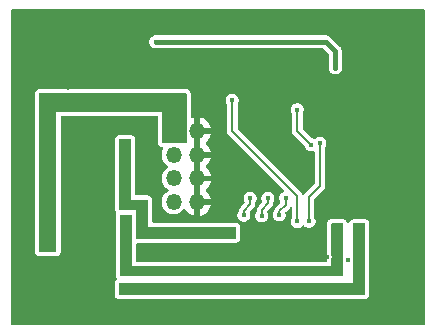
<source format=gbl>
G04 #@! TF.GenerationSoftware,KiCad,Pcbnew,9.0.0*
G04 #@! TF.CreationDate,2025-09-01T10:59:56+03:00*
G04 #@! TF.ProjectId,OV24-RV_V1.0,4f563234-2d52-4565-9f56-312e302e6b69,rev?*
G04 #@! TF.SameCoordinates,Original*
G04 #@! TF.FileFunction,Copper,L2,Bot*
G04 #@! TF.FilePolarity,Positive*
%FSLAX46Y46*%
G04 Gerber Fmt 4.6, Leading zero omitted, Abs format (unit mm)*
G04 Created by KiCad (PCBNEW 9.0.0) date 2025-09-01 10:59:56*
%MOMM*%
%LPD*%
G01*
G04 APERTURE LIST*
G04 #@! TA.AperFunction,ComponentPad*
%ADD10R,1.350000X1.350000*%
G04 #@! TD*
G04 #@! TA.AperFunction,ComponentPad*
%ADD11O,1.350000X1.350000*%
G04 #@! TD*
G04 #@! TA.AperFunction,ViaPad*
%ADD12C,0.400000*%
G04 #@! TD*
G04 #@! TA.AperFunction,ViaPad*
%ADD13C,0.508000*%
G04 #@! TD*
G04 #@! TA.AperFunction,ViaPad*
%ADD14C,0.500000*%
G04 #@! TD*
G04 #@! TA.AperFunction,Conductor*
%ADD15C,0.381000*%
G04 #@! TD*
G04 #@! TA.AperFunction,Conductor*
%ADD16C,0.200000*%
G04 #@! TD*
G04 #@! TA.AperFunction,Conductor*
%ADD17C,0.152400*%
G04 #@! TD*
G04 APERTURE END LIST*
D10*
X67583750Y-70301250D03*
D11*
X69583750Y-70301250D03*
X67583750Y-72301250D03*
X69583750Y-72301250D03*
X67583750Y-74301250D03*
X69583750Y-74301250D03*
X67583750Y-76301250D03*
X69583750Y-76301250D03*
D12*
X79043750Y-77931250D03*
X79973750Y-71311250D03*
X81283750Y-64941250D03*
X82303750Y-81231250D03*
X80553750Y-80961250D03*
X78553750Y-81031250D03*
X77543750Y-81031250D03*
X76053750Y-81031250D03*
X74543750Y-81031250D03*
X73043750Y-81031250D03*
X72033750Y-81041250D03*
X80303750Y-64921250D03*
X79053750Y-64941250D03*
X77553750Y-64941250D03*
X76043750Y-64931250D03*
X74563750Y-64931250D03*
X73053750Y-64931250D03*
X72053750Y-64941250D03*
X72533750Y-78911250D03*
X83253750Y-78481250D03*
X81283750Y-78551250D03*
X79223750Y-71451250D03*
X78053750Y-68471250D03*
X74067250Y-75991250D03*
X73530250Y-77401250D03*
X72543750Y-67671250D03*
X78043750Y-77941250D03*
X76530250Y-77391250D03*
X77067250Y-75951250D03*
X75567250Y-75971250D03*
X75030250Y-77441250D03*
D13*
X63513750Y-77711250D03*
X63513750Y-71526250D03*
X63483750Y-83653750D03*
D12*
X66053750Y-62731250D03*
D14*
X58833750Y-78411250D03*
X59923750Y-75551250D03*
X59937500Y-69586250D03*
X58633750Y-66541250D03*
X58462500Y-72446250D03*
X59913750Y-81681250D03*
D12*
X56673750Y-80151250D03*
X57392500Y-74046250D03*
X56823750Y-68081250D03*
X56792500Y-74076250D03*
X57273750Y-80121250D03*
X57423750Y-68051250D03*
D15*
X81283750Y-63541250D02*
X81283750Y-64941250D01*
X66053750Y-62731250D02*
X80473750Y-62731250D01*
X80473750Y-62731250D02*
X81283750Y-63541250D01*
D16*
X79973750Y-74901250D02*
X79973750Y-71311250D01*
X79043750Y-75831250D02*
X79973750Y-74901250D01*
X79043750Y-77931250D02*
X79043750Y-75831250D01*
X78053750Y-70281250D02*
X78053750Y-68471250D01*
X79223750Y-71451250D02*
X78053750Y-70281250D01*
X72543750Y-70251250D02*
X72543750Y-67671250D01*
X78043750Y-75751250D02*
X72543750Y-70251250D01*
X78043750Y-77941250D02*
X78043750Y-75751250D01*
D17*
X77067250Y-76507750D02*
X76530250Y-77044750D01*
X76530250Y-77044750D02*
X76530250Y-77391250D01*
X77067250Y-75951250D02*
X77067250Y-76507750D01*
X75030250Y-76944750D02*
X75030250Y-77441250D01*
X75567250Y-76407750D02*
X75030250Y-76944750D01*
X75567250Y-75971250D02*
X75567250Y-76407750D01*
X73530250Y-77024750D02*
X73530250Y-77401250D01*
X74067250Y-75991250D02*
X74067250Y-76487750D01*
X74067250Y-76487750D02*
X73530250Y-77024750D01*
G04 #@! TA.AperFunction,Conductor*
G36*
X69833750Y-75985564D02*
G01*
X69829356Y-75981170D01*
X69738144Y-75928509D01*
X69636411Y-75901250D01*
X69531089Y-75901250D01*
X69429356Y-75928509D01*
X69338144Y-75981170D01*
X69333750Y-75985564D01*
X69333750Y-74616936D01*
X69338144Y-74621330D01*
X69429356Y-74673991D01*
X69531089Y-74701250D01*
X69636411Y-74701250D01*
X69738144Y-74673991D01*
X69829356Y-74621330D01*
X69833750Y-74616936D01*
X69833750Y-75985564D01*
G37*
G04 #@! TD.AperFunction*
G04 #@! TA.AperFunction,Conductor*
G36*
X69833750Y-73985564D02*
G01*
X69829356Y-73981170D01*
X69738144Y-73928509D01*
X69636411Y-73901250D01*
X69531089Y-73901250D01*
X69429356Y-73928509D01*
X69338144Y-73981170D01*
X69333750Y-73985564D01*
X69333750Y-72616936D01*
X69338144Y-72621330D01*
X69429356Y-72673991D01*
X69531089Y-72701250D01*
X69636411Y-72701250D01*
X69738144Y-72673991D01*
X69829356Y-72621330D01*
X69833750Y-72616936D01*
X69833750Y-73985564D01*
G37*
G04 #@! TD.AperFunction*
G04 #@! TA.AperFunction,Conductor*
G36*
X69833750Y-71985564D02*
G01*
X69829356Y-71981170D01*
X69738144Y-71928509D01*
X69636411Y-71901250D01*
X69531089Y-71901250D01*
X69429356Y-71928509D01*
X69338144Y-71981170D01*
X69333750Y-71985564D01*
X69333750Y-70616936D01*
X69338144Y-70621330D01*
X69429356Y-70673991D01*
X69531089Y-70701250D01*
X69636411Y-70701250D01*
X69738144Y-70673991D01*
X69829356Y-70621330D01*
X69833750Y-70616936D01*
X69833750Y-71985564D01*
G37*
G04 #@! TD.AperFunction*
G04 #@! TA.AperFunction,Conductor*
G36*
X88812441Y-59970657D02*
G01*
X88848405Y-60020157D01*
X88853250Y-60050750D01*
X88853250Y-86621750D01*
X88834343Y-86679941D01*
X88784843Y-86715905D01*
X88754250Y-86720750D01*
X53935750Y-86720750D01*
X53877559Y-86701843D01*
X53841595Y-86652343D01*
X53836750Y-86621750D01*
X53836750Y-83180250D01*
X62598250Y-83180250D01*
X62598250Y-84102265D01*
X62598932Y-84124273D01*
X62598933Y-84124288D01*
X62625312Y-84238298D01*
X62625313Y-84238300D01*
X62639660Y-84272937D01*
X62639664Y-84272945D01*
X62659011Y-84312520D01*
X62732783Y-84403366D01*
X62832055Y-84465336D01*
X62866703Y-84479688D01*
X62887319Y-84487488D01*
X63002750Y-84506750D01*
X83754766Y-84506750D01*
X83768850Y-84506312D01*
X83776782Y-84506067D01*
X83776785Y-84506066D01*
X83776788Y-84506066D01*
X83815045Y-84497214D01*
X83890797Y-84479688D01*
X83925445Y-84465336D01*
X83965020Y-84445989D01*
X84055866Y-84372217D01*
X84117836Y-84272945D01*
X84132188Y-84238297D01*
X84139988Y-84217681D01*
X84159250Y-84102250D01*
X84159250Y-78160250D01*
X84158567Y-78138218D01*
X84158566Y-78138214D01*
X84158566Y-78138211D01*
X84139316Y-78055012D01*
X84132188Y-78024203D01*
X84117836Y-77989555D01*
X84098489Y-77949980D01*
X84024717Y-77859134D01*
X83925445Y-77797164D01*
X83890797Y-77782812D01*
X83881409Y-77779260D01*
X83870182Y-77775012D01*
X83754750Y-77755750D01*
X82782750Y-77755750D01*
X82782734Y-77755750D01*
X82760726Y-77756432D01*
X82760711Y-77756433D01*
X82646701Y-77782812D01*
X82646699Y-77782813D01*
X82612062Y-77797160D01*
X82572479Y-77816511D01*
X82481635Y-77890281D01*
X82481634Y-77890282D01*
X82417495Y-77993029D01*
X82416306Y-77992287D01*
X82376826Y-78031414D01*
X82316352Y-78040713D01*
X82261961Y-78012690D01*
X82240815Y-77980888D01*
X82227841Y-77949567D01*
X82227840Y-77949566D01*
X82227836Y-77949555D01*
X82208489Y-77909980D01*
X82134717Y-77819134D01*
X82099524Y-77797165D01*
X82035447Y-77757165D01*
X82035445Y-77757164D01*
X82000799Y-77742813D01*
X82000797Y-77742812D01*
X81991409Y-77739260D01*
X81980182Y-77735012D01*
X81864750Y-77715750D01*
X80992750Y-77715750D01*
X80992734Y-77715750D01*
X80970726Y-77716432D01*
X80970711Y-77716433D01*
X80856701Y-77742812D01*
X80856699Y-77742813D01*
X80822062Y-77757160D01*
X80782479Y-77776511D01*
X80691635Y-77850281D01*
X80691634Y-77850282D01*
X80629665Y-77949552D01*
X80629664Y-77949554D01*
X80615309Y-77984210D01*
X80607512Y-78004817D01*
X80588250Y-78120250D01*
X80588250Y-80862887D01*
X80591291Y-80909288D01*
X80592961Y-80921974D01*
X80592963Y-80921986D01*
X80596847Y-80941505D01*
X80598750Y-80960822D01*
X80598750Y-80961675D01*
X80596847Y-80980991D01*
X80592966Y-81000498D01*
X80592962Y-81000524D01*
X80591291Y-81013212D01*
X80588250Y-81059611D01*
X80588250Y-81296750D01*
X80569343Y-81354941D01*
X80519843Y-81390905D01*
X80489250Y-81395750D01*
X64518250Y-81395750D01*
X64460059Y-81376843D01*
X64424095Y-81327343D01*
X64419250Y-81296750D01*
X64419250Y-79855750D01*
X64438157Y-79797559D01*
X64487657Y-79761595D01*
X64518250Y-79756750D01*
X72814766Y-79756750D01*
X72828850Y-79756312D01*
X72836782Y-79756067D01*
X72836785Y-79756066D01*
X72836788Y-79756066D01*
X72875045Y-79747214D01*
X72950797Y-79729688D01*
X72985445Y-79715336D01*
X73025020Y-79695989D01*
X73115866Y-79622217D01*
X73177836Y-79522945D01*
X73192188Y-79488297D01*
X73199988Y-79467681D01*
X73219250Y-79352250D01*
X73219250Y-78440250D01*
X73218567Y-78418218D01*
X73218566Y-78418214D01*
X73218566Y-78418211D01*
X73204438Y-78357151D01*
X73192188Y-78304203D01*
X73177836Y-78269555D01*
X73158489Y-78229980D01*
X73084717Y-78139134D01*
X72985445Y-78077164D01*
X72950797Y-78062812D01*
X72949427Y-78062293D01*
X72930182Y-78055012D01*
X72814750Y-78035750D01*
X65878250Y-78035750D01*
X65820059Y-78016843D01*
X65784095Y-77967343D01*
X65779250Y-77936750D01*
X65779250Y-76140234D01*
X65778567Y-76118226D01*
X65778567Y-76118218D01*
X65778566Y-76118214D01*
X65778566Y-76118211D01*
X65757255Y-76026104D01*
X65752188Y-76004203D01*
X65737836Y-75969555D01*
X65718489Y-75929980D01*
X65644717Y-75839134D01*
X65545445Y-75777164D01*
X65510797Y-75762812D01*
X65509427Y-75762293D01*
X65490182Y-75755012D01*
X65374750Y-75735750D01*
X64448250Y-75735750D01*
X64390059Y-75716843D01*
X64354095Y-75667343D01*
X64349250Y-75636750D01*
X64349250Y-71030234D01*
X64348567Y-71008226D01*
X64348567Y-71008218D01*
X64348566Y-71008214D01*
X64348566Y-71008211D01*
X64327481Y-70917081D01*
X64322188Y-70894203D01*
X64307836Y-70859555D01*
X64288489Y-70819980D01*
X64214717Y-70729134D01*
X64146438Y-70686511D01*
X64115447Y-70667165D01*
X64115445Y-70667164D01*
X64080799Y-70652813D01*
X64080797Y-70652812D01*
X64079427Y-70652293D01*
X64060182Y-70645012D01*
X63944750Y-70625750D01*
X63032750Y-70625750D01*
X63032734Y-70625750D01*
X63010726Y-70626432D01*
X63010711Y-70626433D01*
X62896701Y-70652812D01*
X62896699Y-70652813D01*
X62862062Y-70667160D01*
X62822479Y-70686511D01*
X62731635Y-70760281D01*
X62731634Y-70760282D01*
X62669665Y-70859552D01*
X62669664Y-70859554D01*
X62655309Y-70894210D01*
X62647512Y-70914817D01*
X62628250Y-71030250D01*
X62628250Y-76912265D01*
X62628932Y-76934273D01*
X62628933Y-76934288D01*
X62655312Y-77048298D01*
X62655313Y-77048300D01*
X62669660Y-77082937D01*
X62689011Y-77122520D01*
X62708023Y-77145932D01*
X62730028Y-77203023D01*
X62715152Y-77260762D01*
X62709666Y-77269550D01*
X62709665Y-77269552D01*
X62695309Y-77304210D01*
X62687512Y-77324817D01*
X62668250Y-77440250D01*
X62668250Y-82502265D01*
X62668932Y-82524273D01*
X62668933Y-82524288D01*
X62695312Y-82638298D01*
X62695313Y-82638300D01*
X62709660Y-82672937D01*
X62729011Y-82712520D01*
X62752500Y-82741445D01*
X62774505Y-82798536D01*
X62758750Y-82857658D01*
X62738057Y-82880704D01*
X62701636Y-82910280D01*
X62701634Y-82910282D01*
X62639665Y-83009552D01*
X62639664Y-83009554D01*
X62625309Y-83044210D01*
X62617512Y-83064817D01*
X62598250Y-83180250D01*
X53836750Y-83180250D01*
X53836750Y-67130250D01*
X55838250Y-67130250D01*
X55838250Y-80492265D01*
X55838932Y-80514273D01*
X55838933Y-80514288D01*
X55865312Y-80628298D01*
X55865313Y-80628300D01*
X55879660Y-80662937D01*
X55879664Y-80662945D01*
X55899011Y-80702520D01*
X55972783Y-80793366D01*
X56072055Y-80855336D01*
X56106703Y-80869688D01*
X56127319Y-80877488D01*
X56242750Y-80896750D01*
X57604766Y-80896750D01*
X57618850Y-80896312D01*
X57626782Y-80896067D01*
X57626785Y-80896066D01*
X57626788Y-80896066D01*
X57665045Y-80887214D01*
X57740797Y-80869688D01*
X57775445Y-80855336D01*
X57815020Y-80835989D01*
X57905866Y-80762217D01*
X57967836Y-80662945D01*
X57982188Y-80628297D01*
X57989988Y-80607681D01*
X58009250Y-80492250D01*
X58009250Y-69105750D01*
X58028157Y-69047559D01*
X58077657Y-69011595D01*
X58108250Y-69006750D01*
X66159250Y-69006750D01*
X66217441Y-69025657D01*
X66253405Y-69075157D01*
X66258250Y-69105750D01*
X66258250Y-71252265D01*
X66258932Y-71274273D01*
X66258933Y-71274288D01*
X66285312Y-71388298D01*
X66285313Y-71388300D01*
X66299660Y-71422937D01*
X66319011Y-71462520D01*
X66384384Y-71543024D01*
X66392783Y-71553366D01*
X66492055Y-71615336D01*
X66526703Y-71629688D01*
X66547319Y-71637488D01*
X66618004Y-71649283D01*
X66672287Y-71677509D01*
X66699614Y-71732253D01*
X66689543Y-71792604D01*
X66684025Y-71801931D01*
X66674968Y-71815485D01*
X66674963Y-71815495D01*
X66597660Y-72002119D01*
X66597658Y-72002125D01*
X66558250Y-72200244D01*
X66558250Y-72402255D01*
X66597658Y-72600374D01*
X66597660Y-72600380D01*
X66674963Y-72787005D01*
X66761876Y-72917080D01*
X66787192Y-72954968D01*
X66930032Y-73097808D01*
X67097994Y-73210036D01*
X67097996Y-73210037D01*
X67097998Y-73210038D01*
X67102283Y-73212329D01*
X67101682Y-73213451D01*
X67143917Y-73249525D01*
X67158199Y-73309020D01*
X67134782Y-73365547D01*
X67101893Y-73389442D01*
X67102283Y-73390171D01*
X67097998Y-73392461D01*
X66930035Y-73504689D01*
X66787189Y-73647535D01*
X66674963Y-73815494D01*
X66597660Y-74002119D01*
X66597658Y-74002125D01*
X66558250Y-74200244D01*
X66558250Y-74402255D01*
X66597658Y-74600374D01*
X66597660Y-74600380D01*
X66674963Y-74787005D01*
X66761876Y-74917080D01*
X66787192Y-74954968D01*
X66930032Y-75097808D01*
X67097994Y-75210036D01*
X67097996Y-75210037D01*
X67097998Y-75210038D01*
X67102283Y-75212329D01*
X67101682Y-75213451D01*
X67143917Y-75249525D01*
X67158199Y-75309020D01*
X67134782Y-75365547D01*
X67101893Y-75389442D01*
X67102283Y-75390171D01*
X67097998Y-75392461D01*
X66930035Y-75504689D01*
X66787189Y-75647535D01*
X66674963Y-75815494D01*
X66597660Y-76002119D01*
X66597658Y-76002125D01*
X66558250Y-76200244D01*
X66558250Y-76402255D01*
X66597658Y-76600374D01*
X66597660Y-76600380D01*
X66674963Y-76787005D01*
X66761876Y-76917080D01*
X66787192Y-76954968D01*
X66930032Y-77097808D01*
X67097994Y-77210036D01*
X67284623Y-77287341D01*
X67482747Y-77326750D01*
X67482748Y-77326750D01*
X67684752Y-77326750D01*
X67684753Y-77326750D01*
X67882877Y-77287341D01*
X68069506Y-77210036D01*
X68237468Y-77097808D01*
X68380308Y-76954968D01*
X68410033Y-76910480D01*
X68458082Y-76872601D01*
X68519220Y-76870198D01*
X68570094Y-76904190D01*
X68576338Y-76914026D01*
X68576766Y-76913765D01*
X68578797Y-76917080D01*
X68687512Y-77066712D01*
X68818287Y-77197487D01*
X68967918Y-77306201D01*
X69132708Y-77390165D01*
X69308599Y-77447315D01*
X69333750Y-77451298D01*
X69333750Y-76616936D01*
X69338144Y-76621330D01*
X69429356Y-76673991D01*
X69531089Y-76701250D01*
X69636411Y-76701250D01*
X69738144Y-76673991D01*
X69829356Y-76621330D01*
X69833750Y-76616936D01*
X69833750Y-77451298D01*
X69858900Y-77447315D01*
X70034791Y-77390165D01*
X70155277Y-77328775D01*
X72979750Y-77328775D01*
X72979750Y-77473724D01*
X73017267Y-77613739D01*
X73089737Y-77739260D01*
X73089739Y-77739262D01*
X73089741Y-77739265D01*
X73192235Y-77841759D01*
X73192237Y-77841760D01*
X73192239Y-77841762D01*
X73317761Y-77914232D01*
X73317762Y-77914232D01*
X73317765Y-77914234D01*
X73457775Y-77951750D01*
X73457776Y-77951750D01*
X73602724Y-77951750D01*
X73602725Y-77951750D01*
X73742735Y-77914234D01*
X73742737Y-77914232D01*
X73742739Y-77914232D01*
X73868260Y-77841762D01*
X73868260Y-77841761D01*
X73868265Y-77841759D01*
X73970759Y-77739265D01*
X73970762Y-77739260D01*
X74043232Y-77613739D01*
X74043232Y-77613737D01*
X74043234Y-77613735D01*
X74080750Y-77473725D01*
X74080750Y-77368775D01*
X74479750Y-77368775D01*
X74479750Y-77513725D01*
X74505692Y-77610539D01*
X74517267Y-77653739D01*
X74589737Y-77779260D01*
X74589739Y-77779262D01*
X74589741Y-77779265D01*
X74692235Y-77881759D01*
X74692237Y-77881760D01*
X74692239Y-77881762D01*
X74817761Y-77954232D01*
X74817762Y-77954232D01*
X74817765Y-77954234D01*
X74957775Y-77991750D01*
X74957776Y-77991750D01*
X75102724Y-77991750D01*
X75102725Y-77991750D01*
X75242735Y-77954234D01*
X75242737Y-77954232D01*
X75242739Y-77954232D01*
X75368260Y-77881762D01*
X75368260Y-77881761D01*
X75368265Y-77881759D01*
X75470759Y-77779265D01*
X75472349Y-77776511D01*
X75543232Y-77653739D01*
X75543232Y-77653737D01*
X75543234Y-77653735D01*
X75580750Y-77513725D01*
X75580750Y-77368775D01*
X75543234Y-77228765D01*
X75510369Y-77171842D01*
X75497649Y-77111995D01*
X75522536Y-77056099D01*
X75526083Y-77052360D01*
X75908695Y-76669750D01*
X75964871Y-76572450D01*
X75993950Y-76463926D01*
X75993950Y-76359710D01*
X76007214Y-76310210D01*
X76080232Y-76183739D01*
X76080233Y-76183736D01*
X76080234Y-76183735D01*
X76117750Y-76043725D01*
X76117750Y-75898775D01*
X76080234Y-75758765D01*
X76080232Y-75758762D01*
X76080232Y-75758760D01*
X76007762Y-75633239D01*
X76007760Y-75633237D01*
X76007759Y-75633235D01*
X75905265Y-75530741D01*
X75905262Y-75530739D01*
X75905260Y-75530737D01*
X75779738Y-75458267D01*
X75779739Y-75458267D01*
X75714365Y-75440750D01*
X75639725Y-75420750D01*
X75494775Y-75420750D01*
X75479866Y-75424745D01*
X75354760Y-75458267D01*
X75229239Y-75530737D01*
X75126737Y-75633239D01*
X75054267Y-75758760D01*
X75048908Y-75778760D01*
X75016750Y-75898775D01*
X75016750Y-76043725D01*
X75019944Y-76055644D01*
X75054266Y-76183736D01*
X75065167Y-76202616D01*
X75077888Y-76262465D01*
X75053001Y-76318360D01*
X75049434Y-76322119D01*
X74768250Y-76603304D01*
X74688807Y-76682747D01*
X74688805Y-76682749D01*
X74688805Y-76682750D01*
X74632629Y-76780050D01*
X74622042Y-76819563D01*
X74603550Y-76888575D01*
X74603550Y-77052789D01*
X74590287Y-77102289D01*
X74517266Y-77228763D01*
X74491528Y-77324819D01*
X74479750Y-77368775D01*
X74080750Y-77368775D01*
X74080750Y-77328775D01*
X74043234Y-77188765D01*
X74043233Y-77188763D01*
X74042483Y-77185964D01*
X74045685Y-77124863D01*
X74068107Y-77090337D01*
X74203482Y-76954962D01*
X74408695Y-76749750D01*
X74464871Y-76652450D01*
X74493950Y-76543926D01*
X74493950Y-76431574D01*
X74493950Y-76379710D01*
X74507214Y-76330210D01*
X74580232Y-76203739D01*
X74580233Y-76203736D01*
X74580234Y-76203735D01*
X74617750Y-76063725D01*
X74617750Y-75918775D01*
X74580234Y-75778765D01*
X74580232Y-75778762D01*
X74580232Y-75778760D01*
X74507762Y-75653239D01*
X74507760Y-75653237D01*
X74507759Y-75653235D01*
X74405265Y-75550741D01*
X74405262Y-75550739D01*
X74405260Y-75550737D01*
X74279738Y-75478267D01*
X74279739Y-75478267D01*
X74250146Y-75470337D01*
X74139725Y-75440750D01*
X73994775Y-75440750D01*
X73933040Y-75457291D01*
X73854760Y-75478267D01*
X73729239Y-75550737D01*
X73626737Y-75653239D01*
X73554267Y-75778760D01*
X73516750Y-75918775D01*
X73516750Y-76063724D01*
X73554266Y-76203736D01*
X73554268Y-76203739D01*
X73587128Y-76260657D01*
X73599848Y-76320505D01*
X73574961Y-76376400D01*
X73571395Y-76380158D01*
X73268250Y-76683304D01*
X73188807Y-76762747D01*
X73188805Y-76762749D01*
X73188805Y-76762750D01*
X73132629Y-76860050D01*
X73107198Y-76954962D01*
X73103550Y-76968575D01*
X73103550Y-77012789D01*
X73090287Y-77062289D01*
X73017266Y-77188763D01*
X72979750Y-77328775D01*
X70155277Y-77328775D01*
X70199581Y-77306201D01*
X70287681Y-77242193D01*
X70349212Y-77197487D01*
X70479987Y-77066712D01*
X70588701Y-76917081D01*
X70672665Y-76752291D01*
X70729817Y-76576395D01*
X70729818Y-76576389D01*
X70733800Y-76551250D01*
X69899436Y-76551250D01*
X69903830Y-76546856D01*
X69956491Y-76455644D01*
X69983750Y-76353911D01*
X69983750Y-76248589D01*
X69956491Y-76146856D01*
X69903830Y-76055644D01*
X69899436Y-76051250D01*
X70733800Y-76051250D01*
X70733800Y-76051249D01*
X70729818Y-76026110D01*
X70729817Y-76026104D01*
X70672665Y-75850208D01*
X70588701Y-75685418D01*
X70479987Y-75535787D01*
X70349209Y-75405009D01*
X70316635Y-75381343D01*
X70280671Y-75331843D01*
X70280670Y-75270658D01*
X70316634Y-75221158D01*
X70316635Y-75221157D01*
X70349209Y-75197490D01*
X70479987Y-75066712D01*
X70588701Y-74917081D01*
X70672665Y-74752291D01*
X70729817Y-74576395D01*
X70729818Y-74576389D01*
X70733800Y-74551250D01*
X69899436Y-74551250D01*
X69903830Y-74546856D01*
X69956491Y-74455644D01*
X69983750Y-74353911D01*
X69983750Y-74248589D01*
X69956491Y-74146856D01*
X69903830Y-74055644D01*
X69899436Y-74051250D01*
X70733800Y-74051250D01*
X70733800Y-74051249D01*
X70729818Y-74026110D01*
X70729817Y-74026104D01*
X70672665Y-73850208D01*
X70588701Y-73685418D01*
X70479987Y-73535787D01*
X70349209Y-73405009D01*
X70316635Y-73381343D01*
X70280671Y-73331843D01*
X70280670Y-73270658D01*
X70316634Y-73221158D01*
X70316635Y-73221157D01*
X70349209Y-73197490D01*
X70479987Y-73066712D01*
X70588701Y-72917081D01*
X70672665Y-72752291D01*
X70729817Y-72576395D01*
X70729818Y-72576389D01*
X70733800Y-72551250D01*
X69899436Y-72551250D01*
X69903830Y-72546856D01*
X69956491Y-72455644D01*
X69983750Y-72353911D01*
X69983750Y-72248589D01*
X69956491Y-72146856D01*
X69903830Y-72055644D01*
X69899436Y-72051250D01*
X70733800Y-72051250D01*
X70733800Y-72051249D01*
X70729818Y-72026110D01*
X70729817Y-72026104D01*
X70672665Y-71850208D01*
X70588701Y-71685418D01*
X70479987Y-71535787D01*
X70349209Y-71405009D01*
X70316635Y-71381343D01*
X70280671Y-71331843D01*
X70280670Y-71270658D01*
X70316634Y-71221158D01*
X70316635Y-71221157D01*
X70349209Y-71197490D01*
X70479987Y-71066712D01*
X70588701Y-70917081D01*
X70672665Y-70752291D01*
X70729817Y-70576395D01*
X70729818Y-70576389D01*
X70733800Y-70551250D01*
X69899436Y-70551250D01*
X69903830Y-70546856D01*
X69956491Y-70455644D01*
X69983750Y-70353911D01*
X69983750Y-70248589D01*
X69956491Y-70146856D01*
X69903830Y-70055644D01*
X69899436Y-70051250D01*
X70733800Y-70051250D01*
X70733800Y-70051249D01*
X70729818Y-70026110D01*
X70729817Y-70026104D01*
X70672665Y-69850208D01*
X70588701Y-69685418D01*
X70479987Y-69535787D01*
X70349212Y-69405012D01*
X70199581Y-69296298D01*
X70034791Y-69212334D01*
X69858895Y-69155182D01*
X69858889Y-69155181D01*
X69833750Y-69151199D01*
X69833750Y-69985564D01*
X69829356Y-69981170D01*
X69738144Y-69928509D01*
X69636411Y-69901250D01*
X69531089Y-69901250D01*
X69429356Y-69928509D01*
X69338144Y-69981170D01*
X69333750Y-69985564D01*
X69333750Y-69151200D01*
X69333749Y-69151199D01*
X69308610Y-69155181D01*
X69308604Y-69155182D01*
X69158842Y-69203843D01*
X69097657Y-69203843D01*
X69048157Y-69167879D01*
X69029250Y-69109688D01*
X69029250Y-67598775D01*
X71993250Y-67598775D01*
X71993250Y-67743725D01*
X72030766Y-67883735D01*
X72079986Y-67968987D01*
X72093250Y-68018486D01*
X72093250Y-70310559D01*
X72101288Y-70340554D01*
X72101289Y-70340558D01*
X72123952Y-70425139D01*
X72123952Y-70425140D01*
X72183257Y-70527859D01*
X72183258Y-70527860D01*
X72183259Y-70527861D01*
X72183261Y-70527864D01*
X75802252Y-74146856D01*
X76921927Y-75266531D01*
X76949704Y-75321048D01*
X76940133Y-75381480D01*
X76896868Y-75424745D01*
X76877547Y-75432161D01*
X76854765Y-75438265D01*
X76854761Y-75438267D01*
X76729239Y-75510737D01*
X76626737Y-75613239D01*
X76554267Y-75738760D01*
X76543549Y-75778760D01*
X76516750Y-75878775D01*
X76516750Y-76023725D01*
X76525303Y-76055644D01*
X76554266Y-76163736D01*
X76609090Y-76258693D01*
X76621811Y-76318541D01*
X76596924Y-76374437D01*
X76593357Y-76378196D01*
X76268250Y-76703304D01*
X76188807Y-76782747D01*
X76188805Y-76782749D01*
X76188805Y-76782750D01*
X76132629Y-76880050D01*
X76112557Y-76954962D01*
X76103550Y-76988575D01*
X76103550Y-77002789D01*
X76090287Y-77052289D01*
X76017266Y-77178763D01*
X75979750Y-77318775D01*
X75979750Y-77463724D01*
X76017267Y-77603739D01*
X76089737Y-77729260D01*
X76089739Y-77729262D01*
X76089741Y-77729265D01*
X76192235Y-77831759D01*
X76192237Y-77831760D01*
X76192239Y-77831762D01*
X76317761Y-77904232D01*
X76317762Y-77904232D01*
X76317765Y-77904234D01*
X76457775Y-77941750D01*
X76457776Y-77941750D01*
X76602724Y-77941750D01*
X76602725Y-77941750D01*
X76742735Y-77904234D01*
X76742737Y-77904232D01*
X76742739Y-77904232D01*
X76868260Y-77831762D01*
X76868260Y-77831761D01*
X76868265Y-77831759D01*
X76970759Y-77729265D01*
X77014364Y-77653739D01*
X77043232Y-77603739D01*
X77043232Y-77603737D01*
X77043234Y-77603735D01*
X77080750Y-77463725D01*
X77080750Y-77318775D01*
X77048823Y-77199623D01*
X77052024Y-77138523D01*
X77074443Y-77104000D01*
X77408695Y-76769750D01*
X77408697Y-76769747D01*
X77412644Y-76764604D01*
X77413688Y-76765405D01*
X77453978Y-76729124D01*
X77514828Y-76722725D01*
X77567817Y-76753315D01*
X77592707Y-76809209D01*
X77593250Y-76819563D01*
X77593250Y-77594011D01*
X77579987Y-77643510D01*
X77530766Y-77728763D01*
X77495833Y-77859134D01*
X77493250Y-77868775D01*
X77493250Y-78013725D01*
X77501582Y-78044819D01*
X77530767Y-78153739D01*
X77603237Y-78279260D01*
X77603239Y-78279262D01*
X77603241Y-78279265D01*
X77705735Y-78381759D01*
X77705737Y-78381760D01*
X77705739Y-78381762D01*
X77831261Y-78454232D01*
X77831262Y-78454232D01*
X77831265Y-78454234D01*
X77971275Y-78491750D01*
X77971276Y-78491750D01*
X78116224Y-78491750D01*
X78116225Y-78491750D01*
X78256235Y-78454234D01*
X78256237Y-78454232D01*
X78256239Y-78454232D01*
X78381760Y-78381762D01*
X78381760Y-78381761D01*
X78381765Y-78381759D01*
X78478748Y-78284775D01*
X78533263Y-78257000D01*
X78593695Y-78266571D01*
X78618750Y-78284774D01*
X78705735Y-78371759D01*
X78705737Y-78371760D01*
X78705739Y-78371762D01*
X78831261Y-78444232D01*
X78831262Y-78444232D01*
X78831265Y-78444234D01*
X78971275Y-78481750D01*
X78971276Y-78481750D01*
X79116224Y-78481750D01*
X79116225Y-78481750D01*
X79256235Y-78444234D01*
X79256237Y-78444232D01*
X79256239Y-78444232D01*
X79381760Y-78371762D01*
X79381760Y-78371761D01*
X79381765Y-78371759D01*
X79484259Y-78269265D01*
X79484262Y-78269260D01*
X79556732Y-78143739D01*
X79556732Y-78143737D01*
X79556734Y-78143735D01*
X79594250Y-78003725D01*
X79594250Y-77858775D01*
X79556734Y-77718765D01*
X79546637Y-77701276D01*
X79507513Y-77633510D01*
X79494250Y-77584011D01*
X79494250Y-76058861D01*
X79513157Y-76000670D01*
X79523246Y-75988857D01*
X79898868Y-75613235D01*
X80334240Y-75177864D01*
X80393549Y-75075136D01*
X80399815Y-75051750D01*
X80424250Y-74960559D01*
X80424250Y-71658486D01*
X80437513Y-71608987D01*
X80486734Y-71523735D01*
X80524250Y-71383725D01*
X80524250Y-71238775D01*
X80486734Y-71098765D01*
X80486732Y-71098762D01*
X80486732Y-71098760D01*
X80414262Y-70973239D01*
X80414260Y-70973237D01*
X80414259Y-70973235D01*
X80311765Y-70870741D01*
X80311762Y-70870739D01*
X80311760Y-70870737D01*
X80186238Y-70798267D01*
X80186239Y-70798267D01*
X80156646Y-70790337D01*
X80046225Y-70760750D01*
X79901275Y-70760750D01*
X79839540Y-70777291D01*
X79761260Y-70798267D01*
X79635739Y-70870737D01*
X79635734Y-70870741D01*
X79573618Y-70932857D01*
X79519101Y-70960634D01*
X79472260Y-70956756D01*
X79462774Y-70953588D01*
X79436235Y-70938266D01*
X79338278Y-70912018D01*
X79335415Y-70911062D01*
X79325609Y-70903815D01*
X79296766Y-70887163D01*
X78533246Y-70123643D01*
X78505469Y-70069126D01*
X78504250Y-70053639D01*
X78504250Y-68818486D01*
X78517513Y-68768987D01*
X78566734Y-68683735D01*
X78604250Y-68543725D01*
X78604250Y-68398775D01*
X78566734Y-68258765D01*
X78566732Y-68258762D01*
X78566732Y-68258760D01*
X78494262Y-68133239D01*
X78494260Y-68133237D01*
X78494259Y-68133235D01*
X78391765Y-68030741D01*
X78391762Y-68030739D01*
X78391760Y-68030737D01*
X78266238Y-67958267D01*
X78266239Y-67958267D01*
X78236646Y-67950337D01*
X78126225Y-67920750D01*
X77981275Y-67920750D01*
X77919540Y-67937291D01*
X77841260Y-67958267D01*
X77715739Y-68030737D01*
X77613237Y-68133239D01*
X77540767Y-68258760D01*
X77540766Y-68258765D01*
X77503250Y-68398775D01*
X77503250Y-68543725D01*
X77540766Y-68683735D01*
X77589986Y-68768987D01*
X77603250Y-68818486D01*
X77603250Y-70340558D01*
X77625913Y-70425138D01*
X77625913Y-70425139D01*
X77633948Y-70455131D01*
X77633952Y-70455139D01*
X77693257Y-70557859D01*
X77693258Y-70557860D01*
X77693259Y-70557861D01*
X77693261Y-70557864D01*
X78202109Y-71066712D01*
X78659663Y-71524266D01*
X78685285Y-71568645D01*
X78710766Y-71663736D01*
X78710767Y-71663738D01*
X78783237Y-71789260D01*
X78783239Y-71789262D01*
X78783241Y-71789265D01*
X78885735Y-71891759D01*
X78885737Y-71891760D01*
X78885739Y-71891762D01*
X79011261Y-71964232D01*
X79011262Y-71964232D01*
X79011265Y-71964234D01*
X79151275Y-72001750D01*
X79151276Y-72001750D01*
X79296226Y-72001750D01*
X79296226Y-72001749D01*
X79398627Y-71974311D01*
X79459727Y-71977512D01*
X79507278Y-72016017D01*
X79523250Y-72069937D01*
X79523250Y-74673638D01*
X79504343Y-74731829D01*
X79494254Y-74743641D01*
X78683261Y-75554635D01*
X78683257Y-75554640D01*
X78648538Y-75614776D01*
X78603068Y-75655717D01*
X78542218Y-75662113D01*
X78489230Y-75631520D01*
X78467175Y-75590898D01*
X78463549Y-75577364D01*
X78456151Y-75564550D01*
X78404240Y-75474636D01*
X73023246Y-70093642D01*
X72995469Y-70039125D01*
X72994250Y-70023638D01*
X72994250Y-68018486D01*
X73007513Y-67968987D01*
X73056734Y-67883735D01*
X73094250Y-67743725D01*
X73094250Y-67598775D01*
X73056734Y-67458765D01*
X73056732Y-67458762D01*
X73056732Y-67458760D01*
X72984262Y-67333239D01*
X72984260Y-67333237D01*
X72984259Y-67333235D01*
X72881765Y-67230741D01*
X72881762Y-67230739D01*
X72881760Y-67230737D01*
X72756238Y-67158267D01*
X72756239Y-67158267D01*
X72726646Y-67150337D01*
X72616225Y-67120750D01*
X72471275Y-67120750D01*
X72435881Y-67130234D01*
X72331260Y-67158267D01*
X72205739Y-67230737D01*
X72103237Y-67333239D01*
X72030767Y-67458760D01*
X72030766Y-67458765D01*
X71993250Y-67598775D01*
X69029250Y-67598775D01*
X69029250Y-67130234D01*
X69028567Y-67108226D01*
X69028567Y-67108218D01*
X69028566Y-67108214D01*
X69028566Y-67108211D01*
X69014438Y-67047151D01*
X69002188Y-66994203D01*
X68987836Y-66959555D01*
X68968489Y-66919980D01*
X68894717Y-66829134D01*
X68795445Y-66767164D01*
X68760797Y-66752812D01*
X68759427Y-66752293D01*
X68740182Y-66745012D01*
X68624750Y-66725750D01*
X56242750Y-66725750D01*
X56242734Y-66725750D01*
X56220726Y-66726432D01*
X56220711Y-66726433D01*
X56106701Y-66752812D01*
X56106699Y-66752813D01*
X56072062Y-66767160D01*
X56032479Y-66786511D01*
X55941635Y-66860281D01*
X55941634Y-66860282D01*
X55879665Y-66959552D01*
X55879664Y-66959554D01*
X55865309Y-66994210D01*
X55857512Y-67014817D01*
X55838250Y-67130250D01*
X53836750Y-67130250D01*
X53836750Y-62658775D01*
X65503250Y-62658775D01*
X65503250Y-62803724D01*
X65540767Y-62943739D01*
X65613237Y-63069260D01*
X65613239Y-63069262D01*
X65613241Y-63069265D01*
X65715735Y-63171759D01*
X65715737Y-63171760D01*
X65715739Y-63171762D01*
X65841261Y-63244232D01*
X65841262Y-63244232D01*
X65841265Y-63244234D01*
X65981275Y-63281750D01*
X65981276Y-63281750D01*
X66126224Y-63281750D01*
X66126225Y-63281750D01*
X66149091Y-63275623D01*
X66174714Y-63272250D01*
X80208652Y-63272250D01*
X80266843Y-63291157D01*
X80278656Y-63301246D01*
X80713754Y-63736344D01*
X80741531Y-63790861D01*
X80742750Y-63806348D01*
X80742750Y-64820285D01*
X80739377Y-64845906D01*
X80733250Y-64868772D01*
X80733250Y-65013724D01*
X80770767Y-65153739D01*
X80843237Y-65279260D01*
X80843239Y-65279262D01*
X80843241Y-65279265D01*
X80945735Y-65381759D01*
X80945737Y-65381760D01*
X80945739Y-65381762D01*
X81071261Y-65454232D01*
X81071262Y-65454232D01*
X81071265Y-65454234D01*
X81211275Y-65491750D01*
X81211276Y-65491750D01*
X81356224Y-65491750D01*
X81356225Y-65491750D01*
X81496235Y-65454234D01*
X81496237Y-65454232D01*
X81496239Y-65454232D01*
X81621760Y-65381762D01*
X81621760Y-65381761D01*
X81621765Y-65381759D01*
X81724259Y-65279265D01*
X81796734Y-65153735D01*
X81834250Y-65013725D01*
X81834250Y-64868775D01*
X81832812Y-64863411D01*
X81828123Y-64845906D01*
X81824750Y-64820285D01*
X81824750Y-63470025D01*
X81824749Y-63470023D01*
X81787882Y-63332435D01*
X81787881Y-63332434D01*
X81787881Y-63332432D01*
X81716658Y-63209068D01*
X81679349Y-63171759D01*
X81615932Y-63108341D01*
X81615932Y-63108342D01*
X80805932Y-62298342D01*
X80682568Y-62227119D01*
X80682564Y-62227117D01*
X80544976Y-62190250D01*
X80544974Y-62190250D01*
X66174714Y-62190250D01*
X66149091Y-62186877D01*
X66148296Y-62186664D01*
X66126225Y-62180750D01*
X65981275Y-62180750D01*
X65945821Y-62190250D01*
X65841260Y-62218267D01*
X65715739Y-62290737D01*
X65613237Y-62393239D01*
X65540767Y-62518760D01*
X65503250Y-62658775D01*
X53836750Y-62658775D01*
X53836750Y-60050750D01*
X53855657Y-59992559D01*
X53905157Y-59956595D01*
X53935750Y-59951750D01*
X88754250Y-59951750D01*
X88812441Y-59970657D01*
G37*
G04 #@! TD.AperFunction*
G04 #@! TA.AperFunction,Conductor*
G36*
X68659398Y-67095602D02*
G01*
X68673750Y-67130250D01*
X68673750Y-71252250D01*
X68659398Y-71286898D01*
X68624750Y-71301250D01*
X66662750Y-71301250D01*
X66628102Y-71286898D01*
X66613750Y-71252250D01*
X66613750Y-68651250D01*
X57653750Y-68651250D01*
X57653750Y-80492250D01*
X57639398Y-80526898D01*
X57604750Y-80541250D01*
X56242750Y-80541250D01*
X56208102Y-80526898D01*
X56193750Y-80492250D01*
X56193750Y-67130250D01*
X56208102Y-67095602D01*
X56242750Y-67081250D01*
X68624750Y-67081250D01*
X68659398Y-67095602D01*
G37*
G04 #@! TD.AperFunction*
G04 #@! TA.AperFunction,Conductor*
G36*
X83789398Y-78125602D02*
G01*
X83803750Y-78160250D01*
X83803750Y-84102250D01*
X83789398Y-84136898D01*
X83754750Y-84151250D01*
X63002750Y-84151250D01*
X62968102Y-84136898D01*
X62953750Y-84102250D01*
X62953750Y-83180250D01*
X62968102Y-83145602D01*
X63002750Y-83131250D01*
X82733750Y-83131250D01*
X82733750Y-78160250D01*
X82748102Y-78125602D01*
X82782750Y-78111250D01*
X83754750Y-78111250D01*
X83789398Y-78125602D01*
G37*
G04 #@! TD.AperFunction*
G04 #@! TA.AperFunction,Conductor*
G36*
X64049398Y-77405602D02*
G01*
X64063750Y-77440250D01*
X64063750Y-81751250D01*
X80943750Y-81751250D01*
X80943750Y-81059613D01*
X80945420Y-81046930D01*
X80954250Y-81013978D01*
X80954250Y-80908521D01*
X80945420Y-80875569D01*
X80943750Y-80862886D01*
X80943750Y-78120250D01*
X80958102Y-78085602D01*
X80992750Y-78071250D01*
X81864750Y-78071250D01*
X81899398Y-78085602D01*
X81913750Y-78120250D01*
X81913750Y-81132886D01*
X81912080Y-81145569D01*
X81903250Y-81178521D01*
X81903250Y-81283978D01*
X81912080Y-81316930D01*
X81913750Y-81329613D01*
X81913750Y-82502250D01*
X81899398Y-82536898D01*
X81864750Y-82551250D01*
X63072750Y-82551250D01*
X63038102Y-82536898D01*
X63023750Y-82502250D01*
X63023750Y-77440250D01*
X63038102Y-77405602D01*
X63072750Y-77391250D01*
X64014750Y-77391250D01*
X64049398Y-77405602D01*
G37*
G04 #@! TD.AperFunction*
G04 #@! TA.AperFunction,Conductor*
G36*
X63979398Y-70995602D02*
G01*
X63993750Y-71030250D01*
X63993750Y-76091250D01*
X65374750Y-76091250D01*
X65409398Y-76105602D01*
X65423750Y-76140250D01*
X65423750Y-78391250D01*
X72814750Y-78391250D01*
X72849398Y-78405602D01*
X72863750Y-78440250D01*
X72863750Y-79352250D01*
X72849398Y-79386898D01*
X72814750Y-79401250D01*
X64462750Y-79401250D01*
X64428102Y-79386898D01*
X64413750Y-79352250D01*
X64413750Y-76961250D01*
X63032750Y-76961250D01*
X62998102Y-76946898D01*
X62983750Y-76912250D01*
X62983750Y-71030250D01*
X62998102Y-70995602D01*
X63032750Y-70981250D01*
X63944750Y-70981250D01*
X63979398Y-70995602D01*
G37*
G04 #@! TD.AperFunction*
M02*

</source>
